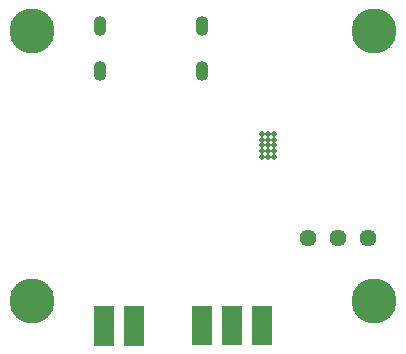
<source format=gbs>
%TF.GenerationSoftware,KiCad,Pcbnew,7.0.9*%
%TF.CreationDate,2023-11-18T02:34:39+02:00*%
%TF.ProjectId,BMS_Buck-Boost,424d535f-4275-4636-9b2d-426f6f73742e,rev?*%
%TF.SameCoordinates,Original*%
%TF.FileFunction,Soldermask,Bot*%
%TF.FilePolarity,Negative*%
%FSLAX46Y46*%
G04 Gerber Fmt 4.6, Leading zero omitted, Abs format (unit mm)*
G04 Created by KiCad (PCBNEW 7.0.9) date 2023-11-18 02:34:39*
%MOMM*%
%LPD*%
G01*
G04 APERTURE LIST*
%ADD10O,1.100000X1.700000*%
%ADD11C,1.440000*%
%ADD12C,3.800000*%
%ADD13R,1.700000X1.700000*%
%ADD14C,0.504000*%
G04 APERTURE END LIST*
D10*
%TO.C,J1*%
X168785000Y-85143600D03*
X168785000Y-81343600D03*
X160145000Y-85143600D03*
X160145000Y-81343600D03*
%TD*%
D11*
%TO.C,RV1*%
X177825400Y-99314000D03*
X180365400Y-99314000D03*
X182905400Y-99314000D03*
%TD*%
D12*
%TO.C,H4*%
X183388000Y-104622600D03*
%TD*%
D13*
%TO.C,J4*%
X173888400Y-105900000D03*
X173888400Y-107551000D03*
X171348400Y-105900000D03*
X171348400Y-107551000D03*
X168808400Y-105900000D03*
X168808400Y-107551000D03*
%TD*%
D12*
%TO.C,H1*%
X154432000Y-81788000D03*
%TD*%
D14*
%TO.C,U3*%
X174920000Y-92480000D03*
X174420000Y-92480000D03*
X173920000Y-92480000D03*
X174920000Y-91980000D03*
X174420000Y-91980000D03*
X173920000Y-91980000D03*
X174920000Y-91480000D03*
X174420000Y-91480000D03*
X173920000Y-91480000D03*
X174920000Y-90980000D03*
X174420000Y-90980000D03*
X173920000Y-90980000D03*
X174920000Y-90480000D03*
X174420000Y-90480000D03*
X173920000Y-90480000D03*
%TD*%
D13*
%TO.C,J2*%
X163080000Y-105920000D03*
X163080000Y-107571000D03*
X160540000Y-105920000D03*
X160540000Y-107571000D03*
%TD*%
D12*
%TO.C,H3*%
X154432000Y-104622600D03*
%TD*%
%TO.C,H2*%
X183388000Y-81788000D03*
%TD*%
M02*

</source>
